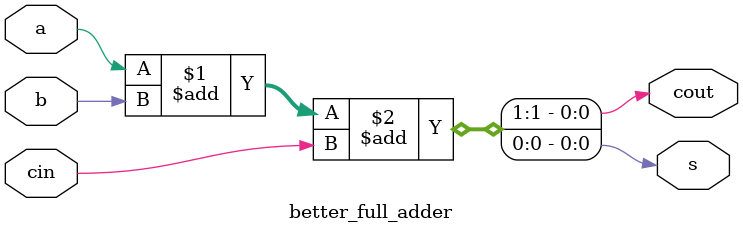
<source format=v>

module better_full_adder (
    input  a,
    input  b,
    input  cin,
    output s,
    output cout
);

    // packing bit
    assign {cout, s} = a + b + cin;

endmodule

</source>
